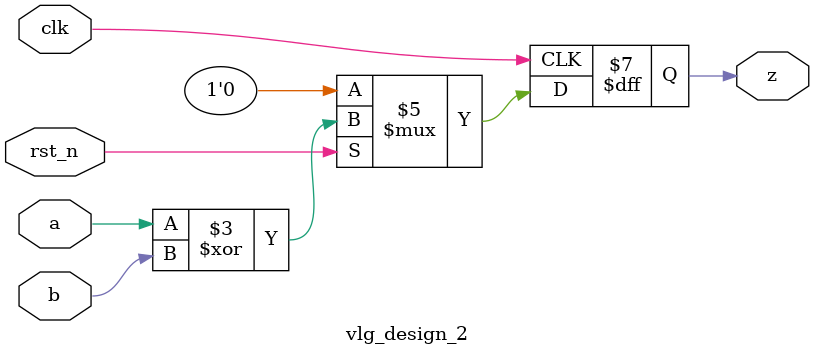
<source format=v>
`timescale 1ns/1ps
module vlg_design_2(
    input clk,
    input rst_n,
	input a,b,
	output reg z
    );

    always @(posedge clk) begin	
	    if(!rst_n) z<=1'b0;
        else z <= a  ^   b;
    end
	
	

endmodule


</source>
